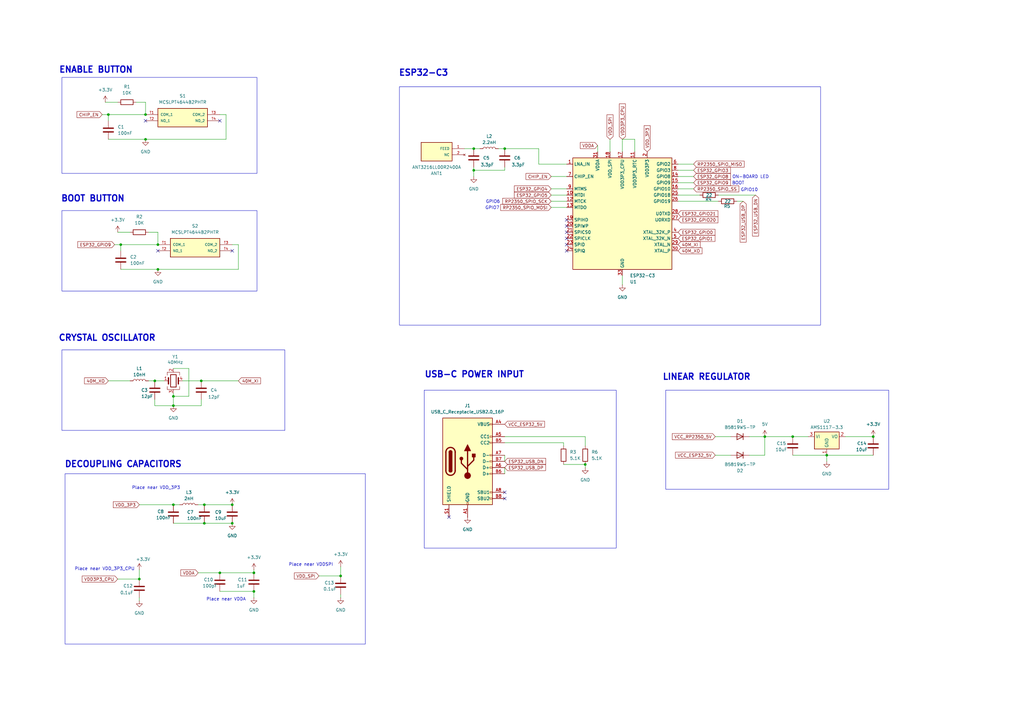
<source format=kicad_sch>
(kicad_sch (version 20250114) (generator "eeschema") (generator_version "9.0")
  (paper "A3")
  (title_block (title "ESP32 REFERENCE SCHEMATIC"))
  (lib_symbols
    (symbol "Antenna:ANT3216LL00R2400A" (pin_names (offset 1.016))
      (property "Reference" "ANT" (at 19.05 7.62 0))
      (property "Value" "ANT3216LL00R2400A" (at 19.05 5.08 0))
      (symbol "ANT3216LL00R2400A_0_0"
        (rectangle (start 5.08 -5.08) (end 17.78 2.54) (stroke (width 0.254)) (fill (type background)))
        (pin input line (at 0 0 0) (length 5.08) (name "FEED") (number "1"))
        (pin no_connect line (at 0 -2.54 0) (length 5.08) (name "NC") (number "2"))
      )
    )
    (symbol "Connector:USB_C_Receptacle_USB2.0_16P" (pin_names (offset 1.016))
      (property "Reference" "J" (at 0 22.225 0))
      (property "Value" "USB_C_Receptacle_USB2.0_16P" (at 0 19.685 0))
      (symbol "USB_C_Receptacle_USB2.0_16P_0_0"
        (rectangle (start -0.254 -17.78) (end 0.254 -16.764))
        (rectangle (start 10.16 15.494) (end 9.144 14.986))
        (rectangle (start 10.16 10.414) (end 9.144 9.906))
        (rectangle (start 10.16 7.874) (end 9.144 7.366))
        (rectangle (start 10.16 2.794) (end 9.144 2.286))
        (rectangle (start 10.16 0.254) (end 9.144 -0.254))
        (rectangle (start 10.16 -2.286) (end 9.144 -2.794))
        (rectangle (start 10.16 -4.826) (end 9.144 -5.334))
        (rectangle (start 10.16 -12.446) (end 9.144 -12.954))
        (rectangle (start 10.16 -14.986) (end 9.144 -15.494))
      )
      (symbol "USB_C_Receptacle_USB2.0_16P_0_1"
        (rectangle (start -10.16 17.78) (end 10.16 -17.78) (stroke (width 0.254)) (fill (type background)))
        (polyline (pts (xy -8.89 -3.81) (xy -8.89 3.81)) (stroke (width 0.508)))
        (rectangle (start -7.62 -3.81) (end -6.35 3.81) (stroke (width 0.254)) (fill (type outline)))
        (arc (start -7.62 3.81) (mid -6.985 4.4423) (end -6.35 3.81) (stroke (width 0.254)))
        (arc (start -7.62 3.81) (mid -6.985 4.4423) (end -6.35 3.81) (stroke (width 0.254)) (fill (type outline)))
        (arc (start -8.89 3.81) (mid -6.985 5.7067) (end -5.08 3.81) (stroke (width 0.508)))
        (arc (start -5.08 -3.81) (mid -6.985 -5.7067) (end -8.89 -3.81) (stroke (width 0.508)))
        (arc (start -6.35 -3.81) (mid -6.985 -4.4423) (end -7.62 -3.81) (stroke (width 0.254)))
        (arc (start -6.35 -3.81) (mid -6.985 -4.4423) (end -7.62 -3.81) (stroke (width 0.254)) (fill (type outline)))
        (polyline (pts (xy -5.08 3.81) (xy -5.08 -3.81)) (stroke (width 0.508)))
        (circle (center -2.54 1.143) (radius 0.635) (stroke (width 0.254)) (fill (type outline)))
        (polyline (pts (xy -1.27 4.318) (xy 0 6.858) (xy 1.27 4.318) (xy -1.27 4.318)) (stroke (width 0.254)) (fill (type outline)))
        (polyline (pts (xy 0 -2.032) (xy 2.54 0.508) (xy 2.54 1.778)) (stroke (width 0.508)))
        (polyline (pts (xy 0 -3.302) (xy -2.54 -0.762) (xy -2.54 0.508)) (stroke (width 0.508)))
        (polyline (pts (xy 0 -5.842) (xy 0 4.318)) (stroke (width 0.508)))
        (circle (center 0 -5.842) (radius 1.27) (fill (type outline)))
        (rectangle (start 1.905 1.778) (end 3.175 3.048) (stroke (width 0.254)) (fill (type outline)))
      )
      (symbol "USB_C_Receptacle_USB2.0_16P_1_1"
        (pin passive line (at -7.62 -22.86 90) (length 5.08) (name "SHIELD") (number "S1"))
        (pin passive line (at 0 -22.86 90) (length 5.08) (name "GND") (number "A1"))
        (pin passive line (at 0 -22.86 90) (length 5.08) (hide yes) (name "GND") (number "A12"))
        (pin passive line (at 0 -22.86 90) (length 5.08) (hide yes) (name "GND") (number "B1"))
        (pin passive line (at 0 -22.86 90) (length 5.08) (hide yes) (name "GND") (number "B12"))
        (pin passive line (at 15.24 15.24 180) (length 5.08) (name "VBUS") (number "A4"))
        (pin passive line (at 15.24 15.24 180) (length 5.08) (hide yes) (name "VBUS") (number "A9"))
        (pin passive line (at 15.24 15.24 180) (length 5.08) (hide yes) (name "VBUS") (number "B4"))
        (pin passive line (at 15.24 15.24 180) (length 5.08) (hide yes) (name "VBUS") (number "B9"))
        (pin bidirectional line (at 15.24 10.16 180) (length 5.08) (name "CC1") (number "A5"))
        (pin bidirectional line (at 15.24 7.62 180) (length 5.08) (name "CC2") (number "B5"))
        (pin bidirectional line (at 15.24 2.54 180) (length 5.08) (name "D-") (number "A7"))
        (pin bidirectional line (at 15.24 0 180) (length 5.08) (name "D-") (number "B7"))
        (pin bidirectional line (at 15.24 -2.54 180) (length 5.08) (name "D+") (number "A6"))
        (pin bidirectional line (at 15.24 -5.08 180) (length 5.08) (name "D+") (number "B6"))
        (pin bidirectional line (at 15.24 -12.7 180) (length 5.08) (name "SBU1") (number "A8"))
        (pin bidirectional line (at 15.24 -15.24 180) (length 5.08) (name "SBU2") (number "B8"))
      )
    )
    (symbol "Device:C" (pin_numbers (hide yes)) (pin_names (offset 0.254))
      (property "Reference" "C" (at 0.635 2.54 0))
      (property "Value" "C" (at 0.635 -2.54 0))
      (symbol "C_0_1"
        (polyline (pts (xy -2.032 0.762) (xy 2.032 0.762)) (stroke (width 0.508)))
        (polyline (pts (xy -2.032 -0.762) (xy 2.032 -0.762)) (stroke (width 0.508)))
      )
      (symbol "C_1_1"
        (pin passive line (at 0 3.81 270) (length 2.794) (name "~") (number "1"))
        (pin passive line (at 0 -3.81 90) (length 2.794) (name "~") (number "2"))
      )
    )
    (symbol "Device:Crystal_GND23" (pin_names (offset 1.016) (hide yes))
      (property "Reference" "Y" (at 3.175 5.08 0))
      (property "Value" "Crystal_GND23" (at 3.175 3.175 0))
      (symbol "Crystal_GND23_0_1"
        (polyline (pts (xy -2.54 2.286) (xy -2.54 3.556) (xy 2.54 3.556) (xy 2.54 2.286)))
        (polyline (pts (xy -2.54 0) (xy -2.032 0)))
        (polyline (pts (xy -2.54 -2.286) (xy -2.54 -3.556) (xy 2.54 -3.556) (xy 2.54 -2.286)))
        (polyline (pts (xy -2.032 -1.27) (xy -2.032 1.27)) (stroke (width 0.508)))
        (rectangle (start -1.143 2.54) (end 1.143 -2.54) (stroke (width 0.3048)))
        (polyline (pts (xy 0 3.556) (xy 0 3.81)))
        (polyline (pts (xy 0 -3.81) (xy 0 -3.556)))
        (polyline (pts (xy 2.032 0) (xy 2.54 0)))
        (polyline (pts (xy 2.032 -1.27) (xy 2.032 1.27)) (stroke (width 0.508)))
      )
      (symbol "Crystal_GND23_1_1"
        (pin passive line (at -3.81 0 0) (length 1.27) (name "1") (number "1"))
        (pin passive line (at 0 5.08 270) (length 1.27) (name "2") (number "2"))
        (pin passive line (at 0 -5.08 90) (length 1.27) (name "3") (number "3"))
        (pin passive line (at 3.81 0 180) (length 1.27) (name "4") (number "4"))
      )
    )
    (symbol "Device:D" (pin_numbers (hide yes)) (pin_names (offset 1.016) (hide yes))
      (property "Reference" "D" (at 0 2.54 0))
      (property "Value" "D" (at 0 -2.54 0))
      (symbol "D_0_1"
        (polyline (pts (xy -1.27 1.27) (xy -1.27 -1.27)) (stroke (width 0.254)))
        (polyline (pts (xy 1.27 1.27) (xy 1.27 -1.27) (xy -1.27 0) (xy 1.27 1.27)) (stroke (width 0.254)))
        (polyline (pts (xy 1.27 0) (xy -1.27 0)))
      )
      (symbol "D_1_1"
        (pin passive line (at -3.81 0 0) (length 2.54) (name "K") (number "1"))
        (pin passive line (at 3.81 0 180) (length 2.54) (name "A") (number "2"))
      )
    )
    (symbol "Device:L" (pin_numbers (hide yes)) (pin_names (offset 1.016) (hide yes))
      (property "Reference" "L" (at -1.27 0 90))
      (property "Value" "L" (at 1.905 0 90))
      (symbol "L_0_1"
        (arc (start 0 2.54) (mid 0.6323 1.905) (end 0 1.27))
        (arc (start 0 1.27) (mid 0.6323 0.635) (end 0 0))
        (arc (start 0 0) (mid 0.6323 -0.635) (end 0 -1.27))
        (arc (start 0 -1.27) (mid 0.6323 -1.905) (end 0 -2.54))
      )
      (symbol "L_1_1"
        (pin passive line (at 0 3.81 270) (length 1.27) (name "1") (number "1"))
        (pin passive line (at 0 -3.81 90) (length 1.27) (name "2") (number "2"))
      )
    )
    (symbol "Device:R" (pin_numbers (hide yes)) (pin_names (offset 0))
      (property "Reference" "R" (at 2.032 0 90))
      (property "Value" "R" (at 0 0 90))
      (symbol "R_0_1"
        (rectangle (start -1.016 -2.54) (end 1.016 2.54) (stroke (width 0.254)))
      )
      (symbol "R_1_1"
        (pin passive line (at 0 3.81 270) (length 1.27) (name "~") (number "1"))
        (pin passive line (at 0 -3.81 90) (length 1.27) (name "~") (number "2"))
      )
    )
    (symbol "MCU_Espressif:ESP32-C3"
      (property "Reference" "U" (at -17.272 23.876 0))
      (property "Value" "ESP32-C3" (at 16.256 23.876 0))
      (symbol "ESP32-C3_1_1"
        (rectangle (start -20.32 22.86) (end 20.32 -22.86) (stroke (width 0.254)) (fill (type background)))
        (pin bidirectional line (at -22.86 20.32 0) (length 2.54) (name "GPIO2") (number "6"))
        (pin bidirectional line (at -22.86 17.78 0) (length 2.54) (name "GPIO3") (number "8"))
        (pin bidirectional line (at -22.86 15.24 0) (length 2.54) (name "GPIO8") (number "14"))
        (pin bidirectional line (at -22.86 12.7 0) (length 2.54) (name "GPIO9") (number "15"))
        (pin bidirectional line (at -22.86 10.16 0) (length 2.54) (name "GPIO10") (number "16"))
        (pin bidirectional line (at -22.86 7.62 0) (length 2.54) (name "GPIO18") (number "25"))
        (pin bidirectional line (at -22.86 5.08 0) (length 2.54) (name "GPIO19") (number "26"))
        (pin bidirectional line (at -22.86 0 0) (length 2.54) (name "U0TXD") (number "28"))
        (pin bidirectional line (at -22.86 -2.54 0) (length 2.54) (name "U0RXD") (number "27"))
        (pin bidirectional line (at -22.86 -7.62 0) (length 2.54) (name "XTAL_32K_P") (number "4"))
        (pin bidirectional line (at -22.86 -10.16 0) (length 2.54) (name "XTAL_32K_N") (number "5"))
        (pin bidirectional line (at -22.86 -12.7 0) (length 2.54) (name "XTAL_N") (number "29"))
        (pin bidirectional line (at -22.86 -15.24 0) (length 2.54) (name "XTAL_P") (number "30"))
        (pin power_in line (at -10.16 25.4 270) (length 2.54) (name "VDD3P3") (number "2"))
        (pin passive line (at -10.16 25.4 270) (length 2.54) (hide yes) (name "VDD3P3") (number "3"))
        (pin power_in line (at -5.08 25.4 270) (length 2.54) (name "VDD3P3_RTC") (number "11"))
        (pin power_in line (at 0 25.4 270) (length 2.54) (name "VDD3P3_CPU") (number "17"))
        (pin power_in line (at 0 -25.4 90) (length 2.54) (name "GND") (number "33"))
        (pin power_out line (at 5.08 25.4 270) (length 2.54) (name "VDD_SPI") (number "18"))
        (pin power_in line (at 10.16 25.4 270) (length 2.54) (name "VDDA") (number "31"))
        (pin passive line (at 10.16 25.4 270) (length 2.54) (hide yes) (name "VDDA") (number "32"))
        (pin bidirectional line (at 22.86 20.32 180) (length 2.54) (name "LNA_IN") (number "1"))
        (pin bidirectional line (at 22.86 15.24 180) (length 2.54) (name "CHIP_EN") (number "7"))
        (pin bidirectional line (at 22.86 10.16 180) (length 2.54) (name "MTMS") (number "9"))
        (pin bidirectional line (at 22.86 7.62 180) (length 2.54) (name "MTDI") (number "10"))
        (pin bidirectional line (at 22.86 5.08 180) (length 2.54) (name "MTCK") (number "12"))
        (pin bidirectional line (at 22.86 2.54 180) (length 2.54) (name "MTDO") (number "13"))
        (pin bidirectional line (at 22.86 -2.54 180) (length 2.54) (name "SPIHD") (number "19"))
        (pin bidirectional line (at 22.86 -5.08 180) (length 2.54) (name "SPIWP") (number "20"))
        (pin bidirectional line (at 22.86 -7.62 180) (length 2.54) (name "SPICS0") (number "21"))
        (pin bidirectional line (at 22.86 -10.16 180) (length 2.54) (name "SPICLK") (number "22"))
        (pin bidirectional line (at 22.86 -12.7 180) (length 2.54) (name "SPID") (number "23"))
        (pin bidirectional line (at 22.86 -15.24 180) (length 2.54) (name "SPIQ") (number "24"))
      )
    )
    (symbol "Regulator_Linear:AMS1117-3.3"
      (property "Reference" "U" (at -3.81 3.175 0))
      (property "Value" "AMS1117-3.3" (at 0 3.175 0))
      (symbol "AMS1117-3.3_0_1"
        (rectangle (start -5.08 -5.08) (end 5.08 1.905) (stroke (width 0.254)) (fill (type background)))
      )
      (symbol "AMS1117-3.3_1_1"
        (pin power_in line (at -7.62 0 0) (length 2.54) (name "VI") (number "3"))
        (pin power_in line (at 0 -7.62 90) (length 2.54) (name "GND") (number "1"))
        (pin power_out line (at 7.62 0 180) (length 2.54) (name "VO") (number "2"))
      )
    )
    (symbol "Switch_MCSLPT4644B2PHTR:MCSLPT4644B2PHTR" (pin_names (offset 1.016))
      (property "Reference" "S" (at 26.67 7.62 0))
      (property "Value" "MCSLPT4644B2PHTR" (at 26.67 5.08 0))
      (symbol "MCSLPT4644B2PHTR_0_0"
        (rectangle (start 5.08 -5.08) (end 25.4 2.54) (stroke (width 0.254)) (fill (type background)))
        (pin bidirectional line (at 0 0 0) (length 5.08) (name "COM_1") (number "T1"))
        (pin bidirectional line (at 0 -2.54 0) (length 5.08) (name "NO_1") (number "T2"))
        (pin bidirectional line (at 30.48 0 180) (length 5.08) (name "COM_2") (number "T3"))
        (pin bidirectional line (at 30.48 -2.54 180) (length 5.08) (name "NO_2") (number "T4"))
      )
    )
    (symbol "power:+3.3V" (power) (pin_numbers (hide yes)) (pin_names (offset 0) (hide yes))
      (property "Value" "+3.3V" (at 0 3.556 0))
      (symbol "+3.3V_0_1"
        (polyline (pts (xy -0.762 1.27) (xy 0 2.54)))
        (polyline (pts (xy 0 2.54) (xy 0.762 1.27)))
        (polyline (pts (xy 0 0) (xy 0 2.54)))
      )
      (symbol "+3.3V_1_1"
        (pin power_in line (at 0 0 90) (length 0) (name "~") (number "1"))
      )
    )
    (symbol "power:GND" (power) (pin_numbers (hide yes)) (pin_names (offset 0) (hide yes))
      (property "Value" "GND" (at 0 -3.81 0))
      (symbol "GND_0_1"
        (polyline (pts (xy 0 0) (xy 0 -1.27) (xy 1.27 -1.27) (xy 0 -2.54) (xy -1.27 -1.27) (xy 0 -1.27)))
      )
      (symbol "GND_1_1"
        (pin power_in line (at 0 0 270) (length 0) (name "~") (number "1"))
      )
    )
  )
  (rectangle (start 26.67 194.31) (end 149.86 264.16))
  (rectangle (start 25.4 31.75) (end 105.41 71.12))
  (rectangle (start 273.05 160.02) (end 364.49 200.66))
  (rectangle (start 25.4 86.36) (end 105.41 119.38))
  (rectangle (start 163.83 35.56) (end 336.55 133.35))
  (rectangle (start 173.99 160.02) (end 252.73 224.79))
  (rectangle (start 25.4 143.51) (end 116.84 176.53))
  (text "Place near VDD_3P3\n" (at 64.008 200.152 0) (effects (font (size 1.27 1.27))))
  (text "Place near VDD_3P3_CPU\n\n" (at 42.926 234.442 0) (effects (font (size 1.27 1.27))))
  (text "ON-BOARD LED" (at 307.848 72.644 0) (effects (font (size 1.27 1.27))))
  (text "ESP32-C3" (at 173.736 29.972 0) (effects (font (size 2.5 2.5) (thickness 0.5) (bold yes))))
  (text "GPIO6" (at 202.184 82.804 0) (effects (font (size 1.27 1.27))))
  (text "LINEAR REGULATOR" (at 289.814 154.686 0) (effects (font (size 2.5 2.5) (thickness 0.5) (bold yes))))
  (text "Place near VDDSPI\n\n" (at 127.508 232.664 0) (effects (font (size 1.27 1.27))))
  (text "CRYSTAL OSCILLATOR" (at 43.942 138.684 0) (effects (font (size 2.5 2.5) (thickness 0.5) (bold yes))))
  (text "GPIO7\n" (at 201.93 85.344 0) (effects (font (size 1.27 1.27))))
  (text "GPIO10" (at 307.34 77.978 0) (effects (font (size 1.27 1.27))))
  (text "DECOUPLING CAPACITORS" (at 50.546 190.5 0) (effects (font (size 2.5 2.5) (thickness 0.5) (bold yes))))
  (text "USB-C POWER INPUT" (at 194.564 153.67 0) (effects (font (size 2.5 2.5) (thickness 0.5) (bold yes))))
  (text "BOOT BUTTON\n" (at 38.1 81.534 0) (effects (font (size 2.5 2.5) (thickness 0.5) (bold yes))))
  (text "BOOT" (at 302.768 75.184 0) (effects (font (size 1.27 1.27))))
  (text "ENABLE BUTTON" (at 39.37 28.702 0) (effects (font (size 2.5 2.5) (thickness 0.5) (bold yes))))
  (text "Place near VDDA\n\n" (at 92.71 246.888 0) (effects (font (size 1.27 1.27))))
  (junction (at 339.09 186.69))
  (junction (at 71.12 166.37))
  (junction (at 59.69 57.15))
  (junction (at 83.82 207.01))
  (junction (at 90.17 234.95))
  (junction (at 71.12 207.01))
  (junction (at 95.25 207.01))
  (junction (at 194.31 69.85))
  (junction (at 325.12 179.07))
  (junction (at 59.69 46.99))
  (junction (at 83.82 214.63))
  (junction (at 313.69 179.07))
  (junction (at 64.77 100.33))
  (junction (at 104.14 234.95))
  (junction (at 139.7 236.22))
  (junction (at 64.77 110.49))
  (junction (at 95.25 214.63))
  (junction (at 71.12 162.56))
  (junction (at 207.01 60.96))
  (junction (at 358.14 179.07))
  (junction (at 44.45 46.99))
  (junction (at 49.53 100.33))
  (junction (at 194.31 60.96))
  (junction (at 82.55 156.21))
  (junction (at 57.15 237.49))
  (junction (at 104.14 242.57))
  (junction (at 240.03 190.5))
  (junction (at 63.5 156.21))
  (no_connect (at 232.41 102.87))
  (no_connect (at 232.41 95.25))
  (no_connect (at 232.41 97.79))
  (no_connect (at 59.69 49.53))
  (no_connect (at 232.41 100.33))
  (no_connect (at 90.17 49.53))
  (no_connect (at 232.41 92.71))
  (no_connect (at 64.77 102.87))
  (no_connect (at 207.01 204.47))
  (no_connect (at 207.01 201.93))
  (no_connect (at 95.25 102.87))
  (no_connect (at 232.41 90.17))
  (no_connect (at 184.15 212.09))
  (wire (pts (xy 44.45 57.15) (xy 59.69 57.15)))
  (wire (pts (xy 226.06 77.47) (xy 232.41 77.47)))
  (wire (pts (xy 71.12 162.56) (xy 71.12 161.29)))
  (wire (pts (xy 44.45 46.99) (xy 44.45 49.53)))
  (wire (pts (xy 231.14 190.5) (xy 240.03 190.5)))
  (wire (pts (xy 339.09 186.69) (xy 339.09 189.23)))
  (wire (pts (xy 46.99 100.33) (xy 49.53 100.33)))
  (wire (pts (xy 60.96 95.25) (xy 64.77 95.25)))
  (wire (pts (xy 245.11 59.69) (xy 245.11 62.23)))
  (wire (pts (xy 83.82 214.63) (xy 95.25 214.63)))
  (wire (pts (xy 313.69 179.07) (xy 325.12 179.07)))
  (wire (pts (xy 71.12 207.01) (xy 73.66 207.01)))
  (wire (pts (xy 82.55 166.37) (xy 71.12 166.37)))
  (wire (pts (xy 226.06 72.39) (xy 232.41 72.39)))
  (wire (pts (xy 293.37 179.07) (xy 299.72 179.07)))
  (wire (pts (xy 92.71 46.99) (xy 92.71 57.15)))
  (wire (pts (xy 240.03 179.07) (xy 240.03 182.88)))
  (wire (pts (xy 71.12 162.56) (xy 71.12 166.37)))
  (wire (pts (xy 139.7 243.84) (xy 139.7 245.11)))
  (wire (pts (xy 220.98 67.31) (xy 232.41 67.31)))
  (wire (pts (xy 104.14 242.57) (xy 104.14 245.11)))
  (wire (pts (xy 325.12 186.69) (xy 339.09 186.69)))
  (wire (pts (xy 231.14 181.61) (xy 231.14 182.88)))
  (wire (pts (xy 207.01 68.58) (xy 207.01 69.85)))
  (wire (pts (xy 278.13 80.01) (xy 287.02 80.01)))
  (wire (pts (xy 307.34 186.69) (xy 313.69 186.69)))
  (wire (pts (xy 81.28 234.95) (xy 90.17 234.95)))
  (wire (pts (xy 194.31 60.96) (xy 196.85 60.96)))
  (wire (pts (xy 260.35 57.15) (xy 255.27 57.15)))
  (wire (pts (xy 57.15 245.11) (xy 57.15 246.38)))
  (wire (pts (xy 278.13 72.39) (xy 284.48 72.39)))
  (wire (pts (xy 48.26 95.25) (xy 53.34 95.25)))
  (wire (pts (xy 90.17 234.95) (xy 104.14 234.95)))
  (wire (pts (xy 63.5 156.21) (xy 67.31 156.21)))
  (wire (pts (xy 97.79 110.49) (xy 64.77 110.49)))
  (wire (pts (xy 220.98 60.96) (xy 207.01 60.96)))
  (wire (pts (xy 226.06 82.55) (xy 232.41 82.55)))
  (wire (pts (xy 44.45 46.99) (xy 59.69 46.99)))
  (wire (pts (xy 278.13 77.47) (xy 284.48 77.47)))
  (wire (pts (xy 74.93 156.21) (xy 82.55 156.21)))
  (wire (pts (xy 346.71 179.07) (xy 358.14 179.07)))
  (wire (pts (xy 255.27 113.03) (xy 255.27 116.84)))
  (wire (pts (xy 97.79 100.33) (xy 97.79 110.49)))
  (wire (pts (xy 250.19 57.15) (xy 250.19 62.23)))
  (wire (pts (xy 95.25 100.33) (xy 97.79 100.33)))
  (wire (pts (xy 339.09 186.69) (xy 358.14 186.69)))
  (wire (pts (xy 55.88 41.91) (xy 59.69 41.91)))
  (wire (pts (xy 104.14 233.68) (xy 104.14 234.95)))
  (wire (pts (xy 48.26 237.49) (xy 57.15 237.49)))
  (wire (pts (xy 190.5 60.96) (xy 194.31 60.96)))
  (wire (pts (xy 313.69 186.69) (xy 313.69 179.07)))
  (wire (pts (xy 49.53 100.33) (xy 49.53 102.87)))
  (wire (pts (xy 226.06 85.09) (xy 232.41 85.09)))
  (wire (pts (xy 83.82 207.01) (xy 95.25 207.01)))
  (wire (pts (xy 64.77 95.25) (xy 64.77 100.33)))
  (wire (pts (xy 71.12 151.13) (xy 77.47 151.13)))
  (wire (pts (xy 278.13 82.55) (xy 294.64 82.55)))
  (wire (pts (xy 77.47 151.13) (xy 77.47 162.56)))
  (wire (pts (xy 220.98 67.31) (xy 220.98 60.96)))
  (wire (pts (xy 293.37 186.69) (xy 299.72 186.69)))
  (wire (pts (xy 57.15 233.68) (xy 57.15 237.49)))
  (wire (pts (xy 90.17 242.57) (xy 104.14 242.57)))
  (wire (pts (xy 240.03 190.5) (xy 240.03 191.77)))
  (wire (pts (xy 278.13 67.31) (xy 284.48 67.31)))
  (wire (pts (xy 207.01 186.69) (xy 207.01 189.23)))
  (wire (pts (xy 260.35 62.23) (xy 260.35 57.15)))
  (wire (pts (xy 82.55 156.21) (xy 97.79 156.21)))
  (wire (pts (xy 139.7 232.41) (xy 139.7 236.22)))
  (wire (pts (xy 207.01 179.07) (xy 240.03 179.07)))
  (wire (pts (xy 294.64 80.01) (xy 309.88 80.01)))
  (wire (pts (xy 49.53 110.49) (xy 64.77 110.49)))
  (wire (pts (xy 63.5 166.37) (xy 71.12 166.37)))
  (wire (pts (xy 130.81 236.22) (xy 139.7 236.22)))
  (wire (pts (xy 82.55 163.83) (xy 82.55 166.37)))
  (wire (pts (xy 207.01 191.77) (xy 207.01 194.31)))
  (wire (pts (xy 278.13 74.93) (xy 284.48 74.93)))
  (wire (pts (xy 90.17 46.99) (xy 92.71 46.99)))
  (wire (pts (xy 49.53 100.33) (xy 64.77 100.33)))
  (wire (pts (xy 207.01 69.85) (xy 194.31 69.85)))
  (wire (pts (xy 226.06 80.01) (xy 232.41 80.01)))
  (wire (pts (xy 77.47 162.56) (xy 71.12 162.56)))
  (wire (pts (xy 43.18 41.91) (xy 48.26 41.91)))
  (wire (pts (xy 278.13 69.85) (xy 284.48 69.85)))
  (wire (pts (xy 81.28 207.01) (xy 83.82 207.01)))
  (wire (pts (xy 194.31 68.58) (xy 194.31 69.85)))
  (wire (pts (xy 59.69 41.91) (xy 59.69 46.99)))
  (wire (pts (xy 92.71 57.15) (xy 59.69 57.15)))
  (wire (pts (xy 71.12 214.63) (xy 83.82 214.63)))
  (wire (pts (xy 44.45 156.21) (xy 53.34 156.21)))
  (wire (pts (xy 57.15 207.01) (xy 71.12 207.01)))
  (wire (pts (xy 325.12 179.07) (xy 331.47 179.07)))
  (wire (pts (xy 194.31 69.85) (xy 194.31 72.39)))
  (wire (pts (xy 63.5 163.83) (xy 63.5 166.37)))
  (wire (pts (xy 41.91 46.99) (xy 44.45 46.99)))
  (wire (pts (xy 60.96 156.21) (xy 63.5 156.21)))
  (wire (pts (xy 204.47 60.96) (xy 207.01 60.96)))
  (wire (pts (xy 302.26 82.55) (xy 304.8 82.55)))
  (wire (pts (xy 207.01 181.61) (xy 231.14 181.61)))
  (wire (pts (xy 255.27 57.15) (xy 255.27 62.23)))
  (wire (pts (xy 307.34 179.07) (xy 313.69 179.07)))
  (global_label "ESP32_GPIO3" (shape input) (at 284.48 69.85 0) (property "Intersheetrefs" "${INTERSHEET_REFS}" (effects (hide yes))))
  (global_label "RP2350_SPIO_MOSI" (shape input) (at 226.06 85.09 180) (property "Intersheetrefs" "${INTERSHEET_REFS}" (effects (hide yes))))
  (global_label "ESP32_USB_DN" (shape input) (at 309.88 80.01 270) (property "Intersheetrefs" "${INTERSHEET_REFS}" (effects (hide yes))))
  (global_label "RP2350_SPIO_MISO" (shape input) (at 284.48 67.31 0) (property "Intersheetrefs" "${INTERSHEET_REFS}" (effects (hide yes))))
  (global_label "VDD3P3_CPU" (shape input) (at 255.27 57.15 90) (property "Intersheetrefs" "${INTERSHEET_REFS}" (effects (hide yes))))
  (global_label "40M_XO" (shape input) (at 44.45 156.21 180) (property "Intersheetrefs" "${INTERSHEET_REFS}" (effects (hide yes))))
  (global_label "ESP32_GPIO5" (shape input) (at 226.06 80.01 180) (property "Intersheetrefs" "${INTERSHEET_REFS}" (effects (hide yes))))
  (global_label "ESP32_GPIO0" (shape input) (at 278.13 95.25 0) (property "Intersheetrefs" "${INTERSHEET_REFS}" (effects (hide yes))))
  (global_label "VDD_SPI" (shape input) (at 250.19 57.15 90) (property "Intersheetrefs" "${INTERSHEET_REFS}" (effects (hide yes))))
  (global_label "VCC_ESP32_5V" (shape input) (at 293.37 186.69 180) (property "Intersheetrefs" "${INTERSHEET_REFS}" (effects (hide yes))))
  (global_label "ESP32_GPIO20" (shape input) (at 278.13 90.17 0) (property "Intersheetrefs" "${INTERSHEET_REFS}" (effects (hide yes))))
  (global_label "40M_XO" (shape input) (at 278.13 102.87 0) (property "Intersheetrefs" "${INTERSHEET_REFS}" (effects (hide yes))))
  (global_label "40M_XI" (shape input) (at 278.13 100.33 0) (property "Intersheetrefs" "${INTERSHEET_REFS}" (effects (hide yes))))
  (global_label "VDD3P3_CPU" (shape input) (at 48.26 237.49 180) (property "Intersheetrefs" "${INTERSHEET_REFS}" (effects (hide yes))))
  (global_label "VDDA" (shape input) (at 245.11 59.69 180) (property "Intersheetrefs" "${INTERSHEET_REFS}" (effects (hide yes))))
  (global_label "VDD_SPI" (shape input) (at 130.81 236.22 180) (property "Intersheetrefs" "${INTERSHEET_REFS}" (effects (hide yes))))
  (global_label "ESP32_GPIO1" (shape input) (at 278.13 97.79 0) (property "Intersheetrefs" "${INTERSHEET_REFS}" (effects (hide yes))))
  (global_label "ESP32_GPIO9" (shape input) (at 284.48 74.93 0) (property "Intersheetrefs" "${INTERSHEET_REFS}" (effects (hide yes))))
  (global_label "ESP32_GPIO21" (shape input) (at 278.13 87.63 0) (property "Intersheetrefs" "${INTERSHEET_REFS}" (effects (hide yes))))
  (global_label "CHIP_EN" (shape input) (at 41.91 46.99 180) (property "Intersheetrefs" "${INTERSHEET_REFS}" (effects (hide yes))))
  (global_label "CHIP_EN" (shape input) (at 226.06 72.39 180) (property "Intersheetrefs" "${INTERSHEET_REFS}" (effects (hide yes))))
  (global_label "ESP32_GPIO4" (shape input) (at 226.06 77.47 180) (property "Intersheetrefs" "${INTERSHEET_REFS}" (effects (hide yes))))
  (global_label "VCC_ESP32_5V" (shape input) (at 207.01 173.99 0) (property "Intersheetrefs" "${INTERSHEET_REFS}" (effects (hide yes))))
  (global_label "VDD_3P3" (shape input) (at 57.15 207.01 180) (property "Intersheetrefs" "${INTERSHEET_REFS}" (effects (hide yes))))
  (global_label "ESP32_GPIO9" (shape input) (at 46.99 100.33 180) (property "Intersheetrefs" "${INTERSHEET_REFS}" (effects (hide yes))))
  (global_label "ESP32_USB_DP" (shape input) (at 304.8 82.55 270) (property "Intersheetrefs" "${INTERSHEET_REFS}" (effects (hide yes))))
  (global_label "VCC_RP2350_5V" (shape input) (at 293.37 179.07 180) (property "Intersheetrefs" "${INTERSHEET_REFS}" (effects (hide yes))))
  (global_label "RP2350_SPIO_SS" (shape input) (at 284.48 77.47 0) (property "Intersheetrefs" "${INTERSHEET_REFS}" (effects (hide yes))))
  (global_label "RP2350_SPIO_SCK" (shape input) (at 226.06 82.55 180) (property "Intersheetrefs" "${INTERSHEET_REFS}" (effects (hide yes))))
  (global_label "VDDA" (shape input) (at 81.28 234.95 180) (property "Intersheetrefs" "${INTERSHEET_REFS}" (effects (hide yes))))
  (global_label "ESP32_USB_DP" (shape input) (at 207.01 191.77 0) (property "Intersheetrefs" "${INTERSHEET_REFS}" (effects (hide yes))))
  (global_label "ESP32_USB_DN" (shape input) (at 207.01 189.23 0) (property "Intersheetrefs" "${INTERSHEET_REFS}" (effects (hide yes))))
  (global_label "ESP32_GPIO8" (shape input) (at 284.48 72.39 0) (property "Intersheetrefs" "${INTERSHEET_REFS}" (effects (hide yes))))
  (global_label "VDD_3P3" (shape input) (at 265.43 62.23 90) (property "Intersheetrefs" "${INTERSHEET_REFS}" (effects (hide yes))))
  (global_label "40M_XI" (shape input) (at 97.79 156.21 0) (property "Intersheetrefs" "${INTERSHEET_REFS}" (effects (hide yes))))
  (symbol (lib_id "power:+3.3V") (at 139.7 232.41 0) (unit 1)
    (property "Reference" "#PWR017" (effects (hide yes)))
    (property "Value" "+3.3V" (at 139.7 227.33 0))
    (property "Description" "Power symbol creates a global label with name \"+3.3V\"" (effects (hide yes)))
  )
  (symbol (lib_id "Device:R") (at 298.45 82.55 90) (unit 1)
    (property "Reference" "R5" (at 298.196 84.582 90))
    (property "Value" "22" (at 298.45 82.55 90))
    (property "Description" "Resistor" (effects (hide yes)))
  )
  (symbol (lib_id "power:GND") (at 255.27 116.84 0) (unit 1)
    (property "Reference" "#PWR07" (effects (hide yes)))
    (property "Value" "GND" (at 255.27 121.92 0))
    (property "Description" "Power symbol creates a global label with name \"GND\" , ground" (effects (hide yes)))
  )
  (symbol (lib_id "Device:C") (at 71.12 210.82 0) (unit 1)
    (property "Reference" "C8" (at 64.516 209.804 0) (effects (justify left)))
    (property "Value" "100nF" (at 64.008 212.344 0) (effects (justify left)))
    (property "Description" "Unpolarized capacitor" (effects (hide yes)))
  )
  (symbol (lib_id "Device:C") (at 104.14 238.76 0) (unit 1)
    (property "Reference" "C11" (at 97.536 237.744 0) (effects (justify left)))
    (property "Value" "1uF" (at 97.028 240.284 0) (effects (justify left)))
    (property "Description" "Unpolarized capacitor" (effects (hide yes)))
  )
  (symbol (lib_id "power:+3.3V") (at 43.18 41.91 0) (unit 1)
    (property "Reference" "#PWR02" (effects (hide yes)))
    (property "Value" "+3.3V" (at 43.18 36.83 0))
    (property "Description" "Power symbol creates a global label with name \"+3.3V\"" (effects (hide yes)))
  )
  (symbol (lib_id "power:GND") (at 339.09 189.23 0) (unit 1)
    (property "Reference" "#PWR010" (effects (hide yes)))
    (property "Value" "GND" (at 339.09 194.31 0))
    (property "Description" "Power symbol creates a global label with name \"GND\" , ground" (effects (hide yes)))
  )
  (symbol (lib_id "power:GND") (at 191.77 212.09 0) (unit 1)
    (property "Reference" "#PWR09" (effects (hide yes)))
    (property "Value" "GND" (at 191.77 217.17 0))
    (property "Description" "Power symbol creates a global label with name \"GND\" , ground" (effects (hide yes)))
  )
  (symbol (lib_id "Device:C") (at 44.45 53.34 0) (unit 1)
    (property "Reference" "C1" (at 48.26 52.0699 0) (effects (justify left)))
    (property "Value" "100nF" (at 48.26 54.6099 0) (effects (justify left)))
    (property "Description" "Unpolarized capacitor" (effects (hide yes)))
  )
  (symbol (lib_id "Device:R") (at 231.14 186.69 0) (unit 1)
    (property "Reference" "R3" (at 233.68 185.4199 0) (effects (justify left)))
    (property "Value" "5.1K" (at 233.68 187.9599 0) (effects (justify left)))
    (property "Description" "Resistor" (effects (hide yes)))
  )
  (symbol (lib_id "Device:L") (at 200.66 60.96 90) (unit 1)
    (property "Reference" "L2" (at 200.66 55.88 90))
    (property "Value" "2.2nH" (at 200.66 58.42 90))
    (property "Description" "Inductor" (effects (hide yes)))
  )
  (symbol (lib_id "power:+3.3V") (at 57.15 233.68 0) (unit 1)
    (property "Reference" "#PWR016" (effects (hide yes)))
    (property "Value" "+3.3V" (at 58.674 229.362 0))
    (property "Description" "Power symbol creates a global label with name \"+3.3V\"" (effects (hide yes)))
  )
  (symbol (lib_id "power:+3.3V") (at 358.14 179.07 0) (unit 1)
    (property "Reference" "#PWR019" (effects (hide yes)))
    (property "Value" "+3.3V" (at 358.14 173.99 0))
    (property "Description" "Power symbol creates a global label with name \"+3.3V\"" (effects (hide yes)))
  )
  (symbol (lib_id "Device:C") (at 83.82 210.82 0) (unit 1)
    (property "Reference" "C7" (at 76.708 210.058 0) (effects (justify left)))
    (property "Value" "100nF" (at 76.708 212.598 0) (effects (justify left)))
    (property "Description" "Unpolarized capacitor" (effects (hide yes)))
  )
  (symbol (lib_id "Device:C") (at 63.5 160.02 0) (unit 1)
    (property "Reference" "C3" (at 57.912 160.02 0) (effects (justify left)))
    (property "Value" "12pF" (at 57.912 162.56 0) (effects (justify left)))
    (property "Description" "Unpolarized capacitor" (effects (hide yes)))
  )
  (symbol (lib_id "Regulator_Linear:AMS1117-3.3") (at 339.09 179.07 0) (unit 1)
    (property "Reference" "U2" (at 339.09 172.72 0))
    (property "Value" "AMS1117-3.3" (at 339.09 175.26 0))
    (property "Footprint" "Package_TO_SOT_SMD:SOT-223-3_TabPin2" (effects (hide yes)))
    (property "Datasheet" "http://www.advanced-monolithic.com/pdf/ds1117.pdf" (effects (hide yes)))
    (property "Description" "1A Low Dropout regulator, positive, 3.3V fixed output, SOT-223" (effects (hide yes)))
  )
  (symbol (lib_id "power:+3.3V") (at 313.69 179.07 0) (unit 1)
    (property "Reference" "#PWR020" (effects (hide yes)))
    (property "Value" "5V" (at 313.69 173.99 0))
    (property "Description" "Power symbol creates a global label with name \"+3.3V\"" (effects (hide yes)))
  )
  (symbol (lib_id "MCU_Espressif:ESP32-C3") (at 255.27 87.63 0) (mirror y) (unit 1)
    (property "Reference" "U1" (at 258.3881 115.57 0) (effects (justify right)))
    (property "Value" "ESP32-C3" (at 258.3881 113.03 0) (effects (justify right)))
    (property "Footprint" "Package_DFN_QFN:QFN-32-1EP_5x5mm_P0.5mm_EP3.7x3.7mm" (effects (hide yes)))
    (property "Datasheet" "https://www.espressif.com/sites/default/files/documentation/esp32-c3_datasheet_en.pdf" (effects (hide yes)))
    (property "Description" "RF Module, ESP32 SoC, RISC-V, WiFi 802.11b/n/g, Bluetooth LE 5, QFN32" (effects (hide yes)))
  )
  (symbol (lib_id "Device:C") (at 57.15 241.3 0) (unit 1)
    (property "Reference" "C12" (at 50.546 240.284 0) (effects (justify left)))
    (property "Value" "0.1uF" (at 49.276 243.078 0) (effects (justify left)))
    (property "Description" "Unpolarized capacitor" (effects (hide yes)))
  )
  (symbol (lib_id "Antenna:ANT3216LL00R2400A") (at 190.5 60.96 0) (mirror y) (unit 1)
    (property "Reference" "ANT1" (at 179.07 71.12 0))
    (property "Value" "ANT3216LL00R2400A" (at 179.07 68.58 0))
    (property "Footprint" "ANT3216LL00R2400A:ANTC3216X135N" (effects (hide yes)))
    (property "Manufacturer_Name" "YAGEO (PHYCOMP)" (effects (hide yes)))
    (property "MF" "PULSE ANTENNA" (effects (hide yes)))
    (property "Mouser_Price-Stock" "https://www.mouser.co.uk/ProductDetail/Yageo/ANT3216LL00R2400A?qs=VAB4DzKv5wVywAIgVVebaA%3D%3D" (effects (hide yes)))
    (property "Description_1" "2.45GHz Bluetooth, ISM, Wi-Fi, Zigbee™ Chip RF Antenna 2.4GHz ~ 2.5GHz 5.05dBi Solder Surface Mount" (effects (hide yes)))
    (property "Mouser_Part_Number" "603-ANT3216LL00R2400" (effects (hide yes)))
    (property "Price" "None" (effects (hide yes)))
    (property "Package" "None" (effects (hide yes)))
    (property "Check_prices" "https://www.snapeda.com/parts/ANT3216LL00R2400A/Pulse/view-part/?ref=eda" (effects (hide yes)))
    (property "Height" "1.35mm" (effects (hide yes)))
    (property "MP" "ANT3216LL00R2400A" (effects (hide yes)))
    (property "SnapEDA_Link" "https://www.snapeda.com/parts/ANT3216LL00R2400A/Pulse/view-part/?ref=snap" (effects (hide yes)))
    (property "Arrow_Price-Stock" "https://www.arrow.com/en/products/ant3216ll00r2400a/yageo" (effects (hide yes)))
    (property "Arrow_Part_Number" "ANT3216LL00R2400A" (effects (hide yes)))
    (property "Availability" "In Stock" (effects (hide yes)))
    (property "Manufacturer_Part_Number" "ANT3216LL00R2400A" (effects (hide yes)))
  )
  (symbol (lib_id "Device:R") (at 52.07 41.91 90) (unit 1)
    (property "Reference" "R1" (at 52.07 35.56 90))
    (property "Value" "10K" (at 52.07 38.1 90))
    (property "Description" "Resistor" (effects (hide yes)))
  )
  (symbol (lib_id "Switch_MCSLPT4644B2PHTR:MCSLPT4644B2PHTR") (at 59.69 46.99 0) (unit 1)
    (property "Reference" "S1" (at 74.93 39.37 0))
    (property "Value" "MCSLPT4644B2PHTR" (at 74.93 41.91 0))
    (property "Footprint" "MCSLPT4644B2PHTR:MCSLPT4644B2PHTR" (effects (hide yes)))
    (property "MANUFACTURER_NAME" "TE Connectivity" (effects (hide yes)))
    (property "MF" "TE Connectivity ALCOSWITCH Switches" (effects (hide yes)))
    (property "MOUSER_PRICE-STOCK" "https://www.mouser.com/Search/Refine.aspx?Keyword=506-MCSLPT4644B2PHTR" (effects (hide yes)))
    (property "DESCRIPTION" "TE CONNECTIVITY / ALCOSWITCH - MCSLPT4644B2PHTR - TACT SWITCH, SPST-NO, 0.05A, 12VDC, SMD" (effects (hide yes)))
    (property "MOUSER_PART_NUMBER" "506-MCSLPT4644B2PHTR" (effects (hide yes)))
    (property "Price" "None" (effects (hide yes)))
    (property "Package" "None" (effects (hide yes)))
    (property "Check_prices" "https://www.snapeda.com/parts/MCSLPT4644B2PHTR/TE+Connectivity+ALCOSWITCH+Switches/view-part/?ref=eda" (effects (hide yes)))
    (property "HEIGHT" "1.05mm" (effects (hide yes)))
    (property "SnapEDA_Link" "https://www.snapeda.com/parts/MCSLPT4644B2PHTR/TE+Connectivity+ALCOSWITCH+Switches/view-part/?ref=snap" (effects (hide yes)))
    (property "MP" "MCSLPT4644B2PHTR" (effects (hide yes)))
    (property "Description_1" "Tactile Switch SPST-NO Top Actuated Surface Mount" (effects (hide yes)))
    (property "Availability" "In Stock" (effects (hide yes)))
    (property "MANUFACTURER_PART_NUMBER" "MCSLPT4644B2PHTR" (effects (hide yes)))
  )
  (symbol (lib_id "power:GND") (at 59.69 57.15 0) (unit 1)
    (property "Reference" "#PWR01" (effects (hide yes)))
    (property "Value" "GND" (at 59.69 62.23 0))
    (property "Description" "Power symbol creates a global label with name \"GND\" , ground" (effects (hide yes)))
  )
  (symbol (lib_id "Connector:USB_C_Receptacle_USB2.0_16P") (at 191.77 189.23 0) (unit 1)
    (property "Reference" "J1" (at 191.77 166.37 0))
    (property "Value" "USB_C_Receptacle_USB2.0_16P" (at 191.77 168.91 0))
    (property "Datasheet" "https://www.usb.org/sites/default/files/documents/usb_type-c.zip" (effects (hide yes)))
    (property "Description" "USB 2.0-only 16P Type-C Receptacle connector" (effects (hide yes)))
  )
  (symbol (lib_id "power:GND") (at 104.14 245.11 0) (unit 1)
    (property "Reference" "#PWR013" (effects (hide yes)))
    (property "Value" "GND" (at 104.14 250.19 0))
    (property "Description" "Power symbol creates a global label with name \"GND\" , ground" (effects (hide yes)))
  )
  (symbol (lib_id "Device:C") (at 207.01 64.77 0) (unit 1)
    (property "Reference" "C6" (at 210.82 64.77 0) (effects (justify left)))
    (property "Value" "3.3pF" (at 209.804 67.564 0) (effects (justify left)))
    (property "Description" "Unpolarized capacitor" (effects (hide yes)))
  )
  (symbol (lib_id "Device:D") (at 303.53 186.69 0) (mirror y) (unit 1)
    (property "Reference" "D2" (at 303.53 193.04 0))
    (property "Value" "B5819WS-TP" (at 303.53 190.5 0))
    (property "Description" "Diode" (effects (hide yes)))
    (property "Sim.Device" "D" (effects (hide yes)))
    (property "Sim.Pins" "1=K 2=A" (effects (hide yes)))
  )
  (symbol (lib_id "Device:C") (at 194.31 64.77 0) (unit 1)
    (property "Reference" "C5" (at 198.12 64.77 0) (effects (justify left)))
    (property "Value" "3.3pF" (at 197.104 67.564 0) (effects (justify left)))
    (property "Description" "Unpolarized capacitor" (effects (hide yes)))
  )
  (symbol (lib_id "Device:C") (at 139.7 240.03 0) (unit 1)
    (property "Reference" "C13" (at 133.096 239.014 0) (effects (justify left)))
    (property "Value" "0.1uF" (at 132.588 241.554 0) (effects (justify left)))
    (property "Description" "Unpolarized capacitor" (effects (hide yes)))
  )
  (symbol (lib_id "Device:C") (at 358.14 182.88 0) (unit 1)
    (property "Reference" "C14" (at 351.536 181.864 0) (effects (justify left)))
    (property "Value" "10uF" (at 351.028 184.404 0) (effects (justify left)))
    (property "Description" "Unpolarized capacitor" (effects (hide yes)))
  )
  (symbol (lib_id "power:+3.3V") (at 48.26 95.25 0) (unit 1)
    (property "Reference" "#PWR03" (effects (hide yes)))
    (property "Value" "+3.3V" (at 48.26 90.17 0))
    (property "Description" "Power symbol creates a global label with name \"+3.3V\"" (effects (hide yes)))
  )
  (symbol (lib_id "Device:L") (at 77.47 207.01 90) (unit 1)
    (property "Reference" "L3" (at 77.47 201.93 90))
    (property "Value" "2nH" (at 77.47 204.47 90))
    (property "Description" "Inductor" (effects (hide yes)))
  )
  (symbol (lib_id "power:GND") (at 240.03 191.77 0) (unit 1)
    (property "Reference" "#PWR08" (effects (hide yes)))
    (property "Value" "GND" (at 240.03 196.85 0))
    (property "Description" "Power symbol creates a global label with name \"GND\" , ground" (effects (hide yes)))
  )
  (symbol (lib_id "power:GND") (at 194.31 72.39 0) (unit 1)
    (property "Reference" "#PWR06" (effects (hide yes)))
    (property "Value" "GND" (at 194.31 77.47 0))
    (property "Description" "Power symbol creates a global label with name \"GND\" , ground" (effects (hide yes)))
  )
  (symbol (lib_id "power:GND") (at 64.77 110.49 0) (unit 1)
    (property "Reference" "#PWR04" (effects (hide yes)))
    (property "Value" "GND" (at 64.77 115.57 0))
    (property "Description" "Power symbol creates a global label with name \"GND\" , ground" (effects (hide yes)))
  )
  (symbol (lib_id "Device:R") (at 290.83 80.01 90) (unit 1)
    (property "Reference" "R4" (at 290.576 81.788 90))
    (property "Value" "22" (at 290.83 80.01 90))
    (property "Description" "Resistor" (effects (hide yes)))
  )
  (symbol (lib_id "power:GND") (at 95.25 214.63 0) (unit 1)
    (property "Reference" "#PWR012" (effects (hide yes)))
    (property "Value" "GND" (at 95.25 219.71 0))
    (property "Description" "Power symbol creates a global label with name \"GND\" , ground" (effects (hide yes)))
  )
  (symbol (lib_id "power:+3.3V") (at 95.25 207.01 0) (unit 1)
    (property "Reference" "#PWR011" (effects (hide yes)))
    (property "Value" "+3.3V" (at 95.25 201.93 0))
    (property "Description" "Power symbol creates a global label with name \"+3.3V\"" (effects (hide yes)))
  )
  (symbol (lib_id "Device:C") (at 82.55 160.02 0) (unit 1)
    (property "Reference" "C4" (at 86.36 160.02 0) (effects (justify left)))
    (property "Value" "12pF" (at 85.344 162.814 0) (effects (justify left)))
    (property "Description" "Unpolarized capacitor" (effects (hide yes)))
  )
  (symbol (lib_id "Device:D") (at 303.53 179.07 180) (unit 1)
    (property "Reference" "D1" (at 303.53 172.72 0))
    (property "Value" "B5819WS-TP" (at 303.53 175.26 0))
    (property "Description" "Diode" (effects (hide yes)))
    (property "Sim.Device" "D" (effects (hide yes)))
    (property "Sim.Pins" "1=K 2=A" (effects (hide yes)))
  )
  (symbol (lib_id "Device:R") (at 240.03 186.69 0) (unit 1)
    (property "Reference" "R6" (at 242.57 185.4199 0) (effects (justify left)))
    (property "Value" "5.1K" (at 242.57 187.9599 0) (effects (justify left)))
    (property "Description" "Resistor" (effects (hide yes)))
  )
  (symbol (lib_id "Device:C") (at 325.12 182.88 0) (unit 1)
    (property "Reference" "C15" (at 318.516 181.864 0) (effects (justify left)))
    (property "Value" "10uF" (at 318.008 184.404 0) (effects (justify left)))
    (property "Description" "Unpolarized capacitor" (effects (hide yes)))
  )
  (symbol (lib_id "Device:C") (at 90.17 238.76 0) (unit 1)
    (property "Reference" "C10" (at 83.566 237.744 0) (effects (justify left)))
    (property "Value" "100pF" (at 83.058 240.284 0) (effects (justify left)))
    (property "Description" "Unpolarized capacitor" (effects (hide yes)))
  )
  (symbol (lib_id "power:GND") (at 139.7 245.11 0) (unit 1)
    (property "Reference" "#PWR018" (effects (hide yes)))
    (property "Value" "GND" (at 139.7 250.19 0))
    (property "Description" "Power symbol creates a global label with name \"GND\" , ground" (effects (hide yes)))
  )
  (symbol (lib_id "power:+3.3V") (at 104.14 233.68 0) (unit 1)
    (property "Reference" "#PWR014" (effects (hide yes)))
    (property "Value" "+3.3V" (at 104.14 228.6 0))
    (property "Description" "Power symbol creates a global label with name \"+3.3V\"" (effects (hide yes)))
  )
  (symbol (lib_id "Device:Crystal_GND23") (at 71.12 156.21 0) (unit 1)
    (property "Reference" "Y1" (at 71.882 146.304 0))
    (property "Value" "40MHz" (at 71.882 148.59 0))
    (property "Description" "Four pin crystal, GND on pins 2 and 3" (effects (hide yes)))
  )
  (symbol (lib_id "Device:R") (at 57.15 95.25 90) (unit 1)
    (property "Reference" "R2" (at 57.15 88.9 90))
    (property "Value" "10K" (at 57.15 91.44 90))
    (property "Description" "Resistor" (effects (hide yes)))
  )
  (symbol (lib_id "Device:C") (at 95.25 210.82 0) (unit 1)
    (property "Reference" "C9" (at 88.138 210.058 0) (effects (justify left)))
    (property "Value" "10uF" (at 88.138 212.598 0) (effects (justify left)))
    (property "Description" "Unpolarized capacitor" (effects (hide yes)))
  )
  (symbol (lib_id "power:GND") (at 71.12 166.37 0) (unit 1)
    (property "Reference" "#PWR05" (effects (hide yes)))
    (property "Value" "GND" (at 71.12 171.45 0))
    (property "Description" "Power symbol creates a global label with name \"GND\" , ground" (effects (hide yes)))
  )
  (symbol (lib_id "power:GND") (at 57.15 246.38 0) (unit 1)
    (property "Reference" "#PWR015" (effects (hide yes)))
    (property "Value" "GND" (at 57.15 251.46 0))
    (property "Description" "Power symbol creates a global label with name \"GND\" , ground" (effects (hide yes)))
  )
  (symbol (lib_id "Switch_MCSLPT4644B2PHTR:MCSLPT4644B2PHTR") (at 64.77 100.33 0) (unit 1)
    (property "Reference" "S2" (at 80.01 92.71 0))
    (property "Value" "MCSLPT4644B2PHTR" (at 80.01 95.25 0))
    (property "Footprint" "MCSLPT4644B2PHTR:MCSLPT4644B2PHTR" (effects (hide yes)))
    (property "MANUFACTURER_NAME" "TE Connectivity" (effects (hide yes)))
    (property "MF" "TE Connectivity ALCOSWITCH Switches" (effects (hide yes)))
    (property "MOUSER_PRICE-STOCK" "https://www.mouser.com/Search/Refine.aspx?Keyword=506-MCSLPT4644B2PHTR" (effects (hide yes)))
    (property "DESCRIPTION" "TE CONNECTIVITY / ALCOSWITCH - MCSLPT4644B2PHTR - TACT SWITCH, SPST-NO, 0.05A, 12VDC, SMD" (effects (hide yes)))
    (property "MOUSER_PART_NUMBER" "506-MCSLPT4644B2PHTR" (effects (hide yes)))
    (property "Price" "None" (effects (hide yes)))
    (property "Package" "None" (effects (hide yes)))
    (property "Check_prices" "https://www.snapeda.com/parts/MCSLPT4644B2PHTR/TE+Connectivity+ALCOSWITCH+Switches/view-part/?ref=eda" (effects (hide yes)))
    (property "HEIGHT" "1.05mm" (effects (hide yes)))
    (property "SnapEDA_Link" "https://www.snapeda.com/parts/MCSLPT4644B2PHTR/TE+Connectivity+ALCOSWITCH+Switches/view-part/?ref=snap" (effects (hide yes)))
    (property "MP" "MCSLPT4644B2PHTR" (effects (hide yes)))
    (property "Description_1" "Tactile Switch SPST-NO Top Actuated Surface Mount" (effects (hide yes)))
    (property "Availability" "In Stock" (effects (hide yes)))
    (property "MANUFACTURER_PART_NUMBER" "MCSLPT4644B2PHTR" (effects (hide yes)))
  )
  (symbol (lib_id "Device:C") (at 49.53 106.68 0) (unit 1)
    (property "Reference" "C2" (at 53.34 105.4099 0) (effects (justify left)))
    (property "Value" "100nF" (at 53.34 107.9499 0) (effects (justify left)))
    (property "Description" "Unpolarized capacitor" (effects (hide yes)))
  )
  (symbol (lib_id "Device:L") (at 57.15 156.21 90) (unit 1)
    (property "Reference" "L1" (at 57.15 151.13 90))
    (property "Value" "10nH" (at 57.15 153.67 90))
    (property "Description" "Inductor" (effects (hide yes)))
  )
)
</source>
